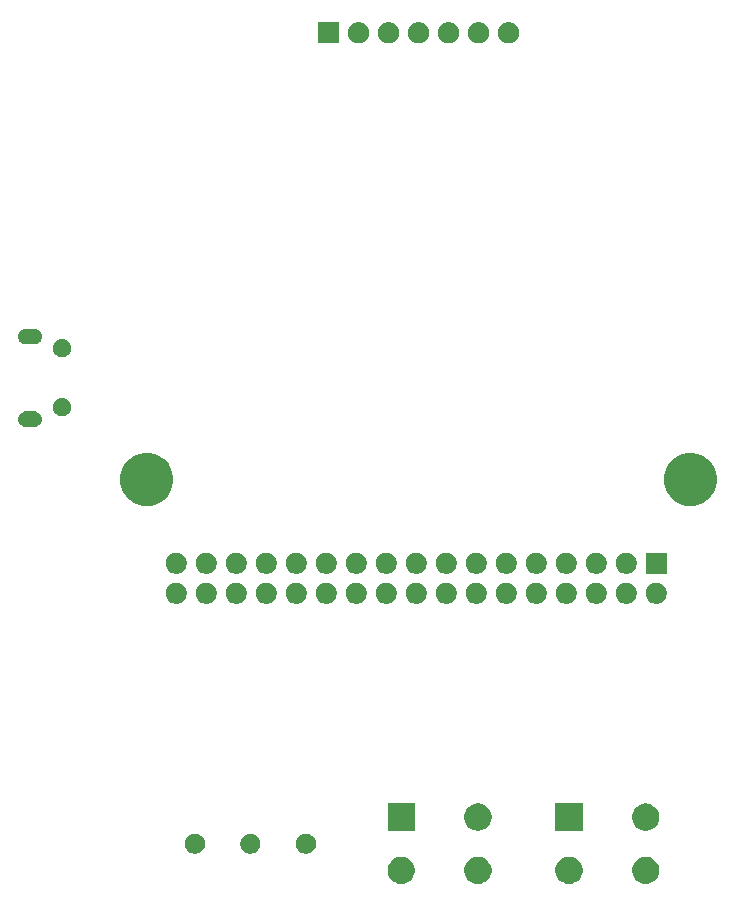
<source format=gbr>
G04 #@! TF.GenerationSoftware,KiCad,Pcbnew,5.1.5-52549c5~84~ubuntu19.10.1*
G04 #@! TF.CreationDate,2020-02-17T22:34:59+13:00*
G04 #@! TF.ProjectId,Snepper-1,536e6570-7065-4722-9d31-2e6b69636164,rev?*
G04 #@! TF.SameCoordinates,Original*
G04 #@! TF.FileFunction,Soldermask,Bot*
G04 #@! TF.FilePolarity,Negative*
%FSLAX46Y46*%
G04 Gerber Fmt 4.6, Leading zero omitted, Abs format (unit mm)*
G04 Created by KiCad (PCBNEW 5.1.5-52549c5~84~ubuntu19.10.1) date 2020-02-17 22:34:59*
%MOMM*%
%LPD*%
G04 APERTURE LIST*
%ADD10C,0.100000*%
G04 APERTURE END LIST*
D10*
G36*
X155252049Y-133971116D02*
G01*
X155363234Y-133993232D01*
X155572703Y-134079997D01*
X155761220Y-134205960D01*
X155921540Y-134366280D01*
X156047503Y-134554797D01*
X156134268Y-134764266D01*
X156178500Y-134986636D01*
X156178500Y-135213364D01*
X156134268Y-135435734D01*
X156047503Y-135645203D01*
X155921540Y-135833720D01*
X155761220Y-135994040D01*
X155572703Y-136120003D01*
X155363234Y-136206768D01*
X155252049Y-136228884D01*
X155140865Y-136251000D01*
X154914135Y-136251000D01*
X154802951Y-136228884D01*
X154691766Y-136206768D01*
X154482297Y-136120003D01*
X154293780Y-135994040D01*
X154133460Y-135833720D01*
X154007497Y-135645203D01*
X153920732Y-135435734D01*
X153876500Y-135213364D01*
X153876500Y-134986636D01*
X153920732Y-134764266D01*
X154007497Y-134554797D01*
X154133460Y-134366280D01*
X154293780Y-134205960D01*
X154482297Y-134079997D01*
X154691766Y-133993232D01*
X154802951Y-133971116D01*
X154914135Y-133949000D01*
X155140865Y-133949000D01*
X155252049Y-133971116D01*
G37*
G36*
X148752049Y-133971116D02*
G01*
X148863234Y-133993232D01*
X149072703Y-134079997D01*
X149261220Y-134205960D01*
X149421540Y-134366280D01*
X149547503Y-134554797D01*
X149634268Y-134764266D01*
X149678500Y-134986636D01*
X149678500Y-135213364D01*
X149634268Y-135435734D01*
X149547503Y-135645203D01*
X149421540Y-135833720D01*
X149261220Y-135994040D01*
X149072703Y-136120003D01*
X148863234Y-136206768D01*
X148752049Y-136228884D01*
X148640865Y-136251000D01*
X148414135Y-136251000D01*
X148302951Y-136228884D01*
X148191766Y-136206768D01*
X147982297Y-136120003D01*
X147793780Y-135994040D01*
X147633460Y-135833720D01*
X147507497Y-135645203D01*
X147420732Y-135435734D01*
X147376500Y-135213364D01*
X147376500Y-134986636D01*
X147420732Y-134764266D01*
X147507497Y-134554797D01*
X147633460Y-134366280D01*
X147793780Y-134205960D01*
X147982297Y-134079997D01*
X148191766Y-133993232D01*
X148302951Y-133971116D01*
X148414135Y-133949000D01*
X148640865Y-133949000D01*
X148752049Y-133971116D01*
G37*
G36*
X169465799Y-133971116D02*
G01*
X169576984Y-133993232D01*
X169786453Y-134079997D01*
X169974970Y-134205960D01*
X170135290Y-134366280D01*
X170261253Y-134554797D01*
X170348018Y-134764266D01*
X170392250Y-134986636D01*
X170392250Y-135213364D01*
X170348018Y-135435734D01*
X170261253Y-135645203D01*
X170135290Y-135833720D01*
X169974970Y-135994040D01*
X169786453Y-136120003D01*
X169576984Y-136206768D01*
X169465799Y-136228884D01*
X169354615Y-136251000D01*
X169127885Y-136251000D01*
X169016701Y-136228884D01*
X168905516Y-136206768D01*
X168696047Y-136120003D01*
X168507530Y-135994040D01*
X168347210Y-135833720D01*
X168221247Y-135645203D01*
X168134482Y-135435734D01*
X168090250Y-135213364D01*
X168090250Y-134986636D01*
X168134482Y-134764266D01*
X168221247Y-134554797D01*
X168347210Y-134366280D01*
X168507530Y-134205960D01*
X168696047Y-134079997D01*
X168905516Y-133993232D01*
X169016701Y-133971116D01*
X169127885Y-133949000D01*
X169354615Y-133949000D01*
X169465799Y-133971116D01*
G37*
G36*
X162965799Y-133971116D02*
G01*
X163076984Y-133993232D01*
X163286453Y-134079997D01*
X163474970Y-134205960D01*
X163635290Y-134366280D01*
X163761253Y-134554797D01*
X163848018Y-134764266D01*
X163892250Y-134986636D01*
X163892250Y-135213364D01*
X163848018Y-135435734D01*
X163761253Y-135645203D01*
X163635290Y-135833720D01*
X163474970Y-135994040D01*
X163286453Y-136120003D01*
X163076984Y-136206768D01*
X162965799Y-136228884D01*
X162854615Y-136251000D01*
X162627885Y-136251000D01*
X162516701Y-136228884D01*
X162405516Y-136206768D01*
X162196047Y-136120003D01*
X162007530Y-135994040D01*
X161847210Y-135833720D01*
X161721247Y-135645203D01*
X161634482Y-135435734D01*
X161590250Y-135213364D01*
X161590250Y-134986636D01*
X161634482Y-134764266D01*
X161721247Y-134554797D01*
X161847210Y-134366280D01*
X162007530Y-134205960D01*
X162196047Y-134079997D01*
X162405516Y-133993232D01*
X162516701Y-133971116D01*
X162627885Y-133949000D01*
X162854615Y-133949000D01*
X162965799Y-133971116D01*
G37*
G36*
X140711978Y-132031703D02*
G01*
X140866850Y-132095853D01*
X141006231Y-132188985D01*
X141124765Y-132307519D01*
X141217897Y-132446900D01*
X141282047Y-132601772D01*
X141314750Y-132766184D01*
X141314750Y-132933816D01*
X141282047Y-133098228D01*
X141217897Y-133253100D01*
X141124765Y-133392481D01*
X141006231Y-133511015D01*
X140866850Y-133604147D01*
X140711978Y-133668297D01*
X140547566Y-133701000D01*
X140379934Y-133701000D01*
X140215522Y-133668297D01*
X140060650Y-133604147D01*
X139921269Y-133511015D01*
X139802735Y-133392481D01*
X139709603Y-133253100D01*
X139645453Y-133098228D01*
X139612750Y-132933816D01*
X139612750Y-132766184D01*
X139645453Y-132601772D01*
X139709603Y-132446900D01*
X139802735Y-132307519D01*
X139921269Y-132188985D01*
X140060650Y-132095853D01*
X140215522Y-132031703D01*
X140379934Y-131999000D01*
X140547566Y-131999000D01*
X140711978Y-132031703D01*
G37*
G36*
X136011978Y-132031703D02*
G01*
X136166850Y-132095853D01*
X136306231Y-132188985D01*
X136424765Y-132307519D01*
X136517897Y-132446900D01*
X136582047Y-132601772D01*
X136614750Y-132766184D01*
X136614750Y-132933816D01*
X136582047Y-133098228D01*
X136517897Y-133253100D01*
X136424765Y-133392481D01*
X136306231Y-133511015D01*
X136166850Y-133604147D01*
X136011978Y-133668297D01*
X135847566Y-133701000D01*
X135679934Y-133701000D01*
X135515522Y-133668297D01*
X135360650Y-133604147D01*
X135221269Y-133511015D01*
X135102735Y-133392481D01*
X135009603Y-133253100D01*
X134945453Y-133098228D01*
X134912750Y-132933816D01*
X134912750Y-132766184D01*
X134945453Y-132601772D01*
X135009603Y-132446900D01*
X135102735Y-132307519D01*
X135221269Y-132188985D01*
X135360650Y-132095853D01*
X135515522Y-132031703D01*
X135679934Y-131999000D01*
X135847566Y-131999000D01*
X136011978Y-132031703D01*
G37*
G36*
X131311978Y-132031703D02*
G01*
X131466850Y-132095853D01*
X131606231Y-132188985D01*
X131724765Y-132307519D01*
X131817897Y-132446900D01*
X131882047Y-132601772D01*
X131914750Y-132766184D01*
X131914750Y-132933816D01*
X131882047Y-133098228D01*
X131817897Y-133253100D01*
X131724765Y-133392481D01*
X131606231Y-133511015D01*
X131466850Y-133604147D01*
X131311978Y-133668297D01*
X131147566Y-133701000D01*
X130979934Y-133701000D01*
X130815522Y-133668297D01*
X130660650Y-133604147D01*
X130521269Y-133511015D01*
X130402735Y-133392481D01*
X130309603Y-133253100D01*
X130245453Y-133098228D01*
X130212750Y-132933816D01*
X130212750Y-132766184D01*
X130245453Y-132601772D01*
X130309603Y-132446900D01*
X130402735Y-132307519D01*
X130521269Y-132188985D01*
X130660650Y-132095853D01*
X130815522Y-132031703D01*
X130979934Y-131999000D01*
X131147566Y-131999000D01*
X131311978Y-132031703D01*
G37*
G36*
X149678500Y-131751000D02*
G01*
X147376500Y-131751000D01*
X147376500Y-129449000D01*
X149678500Y-129449000D01*
X149678500Y-131751000D01*
G37*
G36*
X155252049Y-129471116D02*
G01*
X155363234Y-129493232D01*
X155572703Y-129579997D01*
X155761220Y-129705960D01*
X155921540Y-129866280D01*
X156047503Y-130054797D01*
X156134268Y-130264266D01*
X156178500Y-130486636D01*
X156178500Y-130713364D01*
X156134268Y-130935734D01*
X156047503Y-131145203D01*
X155921540Y-131333720D01*
X155761220Y-131494040D01*
X155572703Y-131620003D01*
X155363234Y-131706768D01*
X155252049Y-131728884D01*
X155140865Y-131751000D01*
X154914135Y-131751000D01*
X154802951Y-131728884D01*
X154691766Y-131706768D01*
X154482297Y-131620003D01*
X154293780Y-131494040D01*
X154133460Y-131333720D01*
X154007497Y-131145203D01*
X153920732Y-130935734D01*
X153876500Y-130713364D01*
X153876500Y-130486636D01*
X153920732Y-130264266D01*
X154007497Y-130054797D01*
X154133460Y-129866280D01*
X154293780Y-129705960D01*
X154482297Y-129579997D01*
X154691766Y-129493232D01*
X154802951Y-129471116D01*
X154914135Y-129449000D01*
X155140865Y-129449000D01*
X155252049Y-129471116D01*
G37*
G36*
X169465799Y-129471116D02*
G01*
X169576984Y-129493232D01*
X169786453Y-129579997D01*
X169974970Y-129705960D01*
X170135290Y-129866280D01*
X170261253Y-130054797D01*
X170348018Y-130264266D01*
X170392250Y-130486636D01*
X170392250Y-130713364D01*
X170348018Y-130935734D01*
X170261253Y-131145203D01*
X170135290Y-131333720D01*
X169974970Y-131494040D01*
X169786453Y-131620003D01*
X169576984Y-131706768D01*
X169465799Y-131728884D01*
X169354615Y-131751000D01*
X169127885Y-131751000D01*
X169016701Y-131728884D01*
X168905516Y-131706768D01*
X168696047Y-131620003D01*
X168507530Y-131494040D01*
X168347210Y-131333720D01*
X168221247Y-131145203D01*
X168134482Y-130935734D01*
X168090250Y-130713364D01*
X168090250Y-130486636D01*
X168134482Y-130264266D01*
X168221247Y-130054797D01*
X168347210Y-129866280D01*
X168507530Y-129705960D01*
X168696047Y-129579997D01*
X168905516Y-129493232D01*
X169016701Y-129471116D01*
X169127885Y-129449000D01*
X169354615Y-129449000D01*
X169465799Y-129471116D01*
G37*
G36*
X163892250Y-131751000D02*
G01*
X161590250Y-131751000D01*
X161590250Y-129449000D01*
X163892250Y-129449000D01*
X163892250Y-131751000D01*
G37*
G36*
X160073512Y-110743927D02*
G01*
X160222812Y-110773624D01*
X160386784Y-110841544D01*
X160534354Y-110940147D01*
X160659853Y-111065646D01*
X160758456Y-111213216D01*
X160826376Y-111377188D01*
X160861000Y-111551259D01*
X160861000Y-111728741D01*
X160826376Y-111902812D01*
X160758456Y-112066784D01*
X160659853Y-112214354D01*
X160534354Y-112339853D01*
X160386784Y-112438456D01*
X160222812Y-112506376D01*
X160073512Y-112536073D01*
X160048742Y-112541000D01*
X159871258Y-112541000D01*
X159846488Y-112536073D01*
X159697188Y-112506376D01*
X159533216Y-112438456D01*
X159385646Y-112339853D01*
X159260147Y-112214354D01*
X159161544Y-112066784D01*
X159093624Y-111902812D01*
X159059000Y-111728741D01*
X159059000Y-111551259D01*
X159093624Y-111377188D01*
X159161544Y-111213216D01*
X159260147Y-111065646D01*
X159385646Y-110940147D01*
X159533216Y-110841544D01*
X159697188Y-110773624D01*
X159846488Y-110743927D01*
X159871258Y-110739000D01*
X160048742Y-110739000D01*
X160073512Y-110743927D01*
G37*
G36*
X129593512Y-110743927D02*
G01*
X129742812Y-110773624D01*
X129906784Y-110841544D01*
X130054354Y-110940147D01*
X130179853Y-111065646D01*
X130278456Y-111213216D01*
X130346376Y-111377188D01*
X130381000Y-111551259D01*
X130381000Y-111728741D01*
X130346376Y-111902812D01*
X130278456Y-112066784D01*
X130179853Y-112214354D01*
X130054354Y-112339853D01*
X129906784Y-112438456D01*
X129742812Y-112506376D01*
X129593512Y-112536073D01*
X129568742Y-112541000D01*
X129391258Y-112541000D01*
X129366488Y-112536073D01*
X129217188Y-112506376D01*
X129053216Y-112438456D01*
X128905646Y-112339853D01*
X128780147Y-112214354D01*
X128681544Y-112066784D01*
X128613624Y-111902812D01*
X128579000Y-111728741D01*
X128579000Y-111551259D01*
X128613624Y-111377188D01*
X128681544Y-111213216D01*
X128780147Y-111065646D01*
X128905646Y-110940147D01*
X129053216Y-110841544D01*
X129217188Y-110773624D01*
X129366488Y-110743927D01*
X129391258Y-110739000D01*
X129568742Y-110739000D01*
X129593512Y-110743927D01*
G37*
G36*
X132133512Y-110743927D02*
G01*
X132282812Y-110773624D01*
X132446784Y-110841544D01*
X132594354Y-110940147D01*
X132719853Y-111065646D01*
X132818456Y-111213216D01*
X132886376Y-111377188D01*
X132921000Y-111551259D01*
X132921000Y-111728741D01*
X132886376Y-111902812D01*
X132818456Y-112066784D01*
X132719853Y-112214354D01*
X132594354Y-112339853D01*
X132446784Y-112438456D01*
X132282812Y-112506376D01*
X132133512Y-112536073D01*
X132108742Y-112541000D01*
X131931258Y-112541000D01*
X131906488Y-112536073D01*
X131757188Y-112506376D01*
X131593216Y-112438456D01*
X131445646Y-112339853D01*
X131320147Y-112214354D01*
X131221544Y-112066784D01*
X131153624Y-111902812D01*
X131119000Y-111728741D01*
X131119000Y-111551259D01*
X131153624Y-111377188D01*
X131221544Y-111213216D01*
X131320147Y-111065646D01*
X131445646Y-110940147D01*
X131593216Y-110841544D01*
X131757188Y-110773624D01*
X131906488Y-110743927D01*
X131931258Y-110739000D01*
X132108742Y-110739000D01*
X132133512Y-110743927D01*
G37*
G36*
X134673512Y-110743927D02*
G01*
X134822812Y-110773624D01*
X134986784Y-110841544D01*
X135134354Y-110940147D01*
X135259853Y-111065646D01*
X135358456Y-111213216D01*
X135426376Y-111377188D01*
X135461000Y-111551259D01*
X135461000Y-111728741D01*
X135426376Y-111902812D01*
X135358456Y-112066784D01*
X135259853Y-112214354D01*
X135134354Y-112339853D01*
X134986784Y-112438456D01*
X134822812Y-112506376D01*
X134673512Y-112536073D01*
X134648742Y-112541000D01*
X134471258Y-112541000D01*
X134446488Y-112536073D01*
X134297188Y-112506376D01*
X134133216Y-112438456D01*
X133985646Y-112339853D01*
X133860147Y-112214354D01*
X133761544Y-112066784D01*
X133693624Y-111902812D01*
X133659000Y-111728741D01*
X133659000Y-111551259D01*
X133693624Y-111377188D01*
X133761544Y-111213216D01*
X133860147Y-111065646D01*
X133985646Y-110940147D01*
X134133216Y-110841544D01*
X134297188Y-110773624D01*
X134446488Y-110743927D01*
X134471258Y-110739000D01*
X134648742Y-110739000D01*
X134673512Y-110743927D01*
G37*
G36*
X137213512Y-110743927D02*
G01*
X137362812Y-110773624D01*
X137526784Y-110841544D01*
X137674354Y-110940147D01*
X137799853Y-111065646D01*
X137898456Y-111213216D01*
X137966376Y-111377188D01*
X138001000Y-111551259D01*
X138001000Y-111728741D01*
X137966376Y-111902812D01*
X137898456Y-112066784D01*
X137799853Y-112214354D01*
X137674354Y-112339853D01*
X137526784Y-112438456D01*
X137362812Y-112506376D01*
X137213512Y-112536073D01*
X137188742Y-112541000D01*
X137011258Y-112541000D01*
X136986488Y-112536073D01*
X136837188Y-112506376D01*
X136673216Y-112438456D01*
X136525646Y-112339853D01*
X136400147Y-112214354D01*
X136301544Y-112066784D01*
X136233624Y-111902812D01*
X136199000Y-111728741D01*
X136199000Y-111551259D01*
X136233624Y-111377188D01*
X136301544Y-111213216D01*
X136400147Y-111065646D01*
X136525646Y-110940147D01*
X136673216Y-110841544D01*
X136837188Y-110773624D01*
X136986488Y-110743927D01*
X137011258Y-110739000D01*
X137188742Y-110739000D01*
X137213512Y-110743927D01*
G37*
G36*
X142293512Y-110743927D02*
G01*
X142442812Y-110773624D01*
X142606784Y-110841544D01*
X142754354Y-110940147D01*
X142879853Y-111065646D01*
X142978456Y-111213216D01*
X143046376Y-111377188D01*
X143081000Y-111551259D01*
X143081000Y-111728741D01*
X143046376Y-111902812D01*
X142978456Y-112066784D01*
X142879853Y-112214354D01*
X142754354Y-112339853D01*
X142606784Y-112438456D01*
X142442812Y-112506376D01*
X142293512Y-112536073D01*
X142268742Y-112541000D01*
X142091258Y-112541000D01*
X142066488Y-112536073D01*
X141917188Y-112506376D01*
X141753216Y-112438456D01*
X141605646Y-112339853D01*
X141480147Y-112214354D01*
X141381544Y-112066784D01*
X141313624Y-111902812D01*
X141279000Y-111728741D01*
X141279000Y-111551259D01*
X141313624Y-111377188D01*
X141381544Y-111213216D01*
X141480147Y-111065646D01*
X141605646Y-110940147D01*
X141753216Y-110841544D01*
X141917188Y-110773624D01*
X142066488Y-110743927D01*
X142091258Y-110739000D01*
X142268742Y-110739000D01*
X142293512Y-110743927D01*
G37*
G36*
X139753512Y-110743927D02*
G01*
X139902812Y-110773624D01*
X140066784Y-110841544D01*
X140214354Y-110940147D01*
X140339853Y-111065646D01*
X140438456Y-111213216D01*
X140506376Y-111377188D01*
X140541000Y-111551259D01*
X140541000Y-111728741D01*
X140506376Y-111902812D01*
X140438456Y-112066784D01*
X140339853Y-112214354D01*
X140214354Y-112339853D01*
X140066784Y-112438456D01*
X139902812Y-112506376D01*
X139753512Y-112536073D01*
X139728742Y-112541000D01*
X139551258Y-112541000D01*
X139526488Y-112536073D01*
X139377188Y-112506376D01*
X139213216Y-112438456D01*
X139065646Y-112339853D01*
X138940147Y-112214354D01*
X138841544Y-112066784D01*
X138773624Y-111902812D01*
X138739000Y-111728741D01*
X138739000Y-111551259D01*
X138773624Y-111377188D01*
X138841544Y-111213216D01*
X138940147Y-111065646D01*
X139065646Y-110940147D01*
X139213216Y-110841544D01*
X139377188Y-110773624D01*
X139526488Y-110743927D01*
X139551258Y-110739000D01*
X139728742Y-110739000D01*
X139753512Y-110743927D01*
G37*
G36*
X162613512Y-110743927D02*
G01*
X162762812Y-110773624D01*
X162926784Y-110841544D01*
X163074354Y-110940147D01*
X163199853Y-111065646D01*
X163298456Y-111213216D01*
X163366376Y-111377188D01*
X163401000Y-111551259D01*
X163401000Y-111728741D01*
X163366376Y-111902812D01*
X163298456Y-112066784D01*
X163199853Y-112214354D01*
X163074354Y-112339853D01*
X162926784Y-112438456D01*
X162762812Y-112506376D01*
X162613512Y-112536073D01*
X162588742Y-112541000D01*
X162411258Y-112541000D01*
X162386488Y-112536073D01*
X162237188Y-112506376D01*
X162073216Y-112438456D01*
X161925646Y-112339853D01*
X161800147Y-112214354D01*
X161701544Y-112066784D01*
X161633624Y-111902812D01*
X161599000Y-111728741D01*
X161599000Y-111551259D01*
X161633624Y-111377188D01*
X161701544Y-111213216D01*
X161800147Y-111065646D01*
X161925646Y-110940147D01*
X162073216Y-110841544D01*
X162237188Y-110773624D01*
X162386488Y-110743927D01*
X162411258Y-110739000D01*
X162588742Y-110739000D01*
X162613512Y-110743927D01*
G37*
G36*
X165153512Y-110743927D02*
G01*
X165302812Y-110773624D01*
X165466784Y-110841544D01*
X165614354Y-110940147D01*
X165739853Y-111065646D01*
X165838456Y-111213216D01*
X165906376Y-111377188D01*
X165941000Y-111551259D01*
X165941000Y-111728741D01*
X165906376Y-111902812D01*
X165838456Y-112066784D01*
X165739853Y-112214354D01*
X165614354Y-112339853D01*
X165466784Y-112438456D01*
X165302812Y-112506376D01*
X165153512Y-112536073D01*
X165128742Y-112541000D01*
X164951258Y-112541000D01*
X164926488Y-112536073D01*
X164777188Y-112506376D01*
X164613216Y-112438456D01*
X164465646Y-112339853D01*
X164340147Y-112214354D01*
X164241544Y-112066784D01*
X164173624Y-111902812D01*
X164139000Y-111728741D01*
X164139000Y-111551259D01*
X164173624Y-111377188D01*
X164241544Y-111213216D01*
X164340147Y-111065646D01*
X164465646Y-110940147D01*
X164613216Y-110841544D01*
X164777188Y-110773624D01*
X164926488Y-110743927D01*
X164951258Y-110739000D01*
X165128742Y-110739000D01*
X165153512Y-110743927D01*
G37*
G36*
X157533512Y-110743927D02*
G01*
X157682812Y-110773624D01*
X157846784Y-110841544D01*
X157994354Y-110940147D01*
X158119853Y-111065646D01*
X158218456Y-111213216D01*
X158286376Y-111377188D01*
X158321000Y-111551259D01*
X158321000Y-111728741D01*
X158286376Y-111902812D01*
X158218456Y-112066784D01*
X158119853Y-112214354D01*
X157994354Y-112339853D01*
X157846784Y-112438456D01*
X157682812Y-112506376D01*
X157533512Y-112536073D01*
X157508742Y-112541000D01*
X157331258Y-112541000D01*
X157306488Y-112536073D01*
X157157188Y-112506376D01*
X156993216Y-112438456D01*
X156845646Y-112339853D01*
X156720147Y-112214354D01*
X156621544Y-112066784D01*
X156553624Y-111902812D01*
X156519000Y-111728741D01*
X156519000Y-111551259D01*
X156553624Y-111377188D01*
X156621544Y-111213216D01*
X156720147Y-111065646D01*
X156845646Y-110940147D01*
X156993216Y-110841544D01*
X157157188Y-110773624D01*
X157306488Y-110743927D01*
X157331258Y-110739000D01*
X157508742Y-110739000D01*
X157533512Y-110743927D01*
G37*
G36*
X152453512Y-110743927D02*
G01*
X152602812Y-110773624D01*
X152766784Y-110841544D01*
X152914354Y-110940147D01*
X153039853Y-111065646D01*
X153138456Y-111213216D01*
X153206376Y-111377188D01*
X153241000Y-111551259D01*
X153241000Y-111728741D01*
X153206376Y-111902812D01*
X153138456Y-112066784D01*
X153039853Y-112214354D01*
X152914354Y-112339853D01*
X152766784Y-112438456D01*
X152602812Y-112506376D01*
X152453512Y-112536073D01*
X152428742Y-112541000D01*
X152251258Y-112541000D01*
X152226488Y-112536073D01*
X152077188Y-112506376D01*
X151913216Y-112438456D01*
X151765646Y-112339853D01*
X151640147Y-112214354D01*
X151541544Y-112066784D01*
X151473624Y-111902812D01*
X151439000Y-111728741D01*
X151439000Y-111551259D01*
X151473624Y-111377188D01*
X151541544Y-111213216D01*
X151640147Y-111065646D01*
X151765646Y-110940147D01*
X151913216Y-110841544D01*
X152077188Y-110773624D01*
X152226488Y-110743927D01*
X152251258Y-110739000D01*
X152428742Y-110739000D01*
X152453512Y-110743927D01*
G37*
G36*
X170233512Y-110743927D02*
G01*
X170382812Y-110773624D01*
X170546784Y-110841544D01*
X170694354Y-110940147D01*
X170819853Y-111065646D01*
X170918456Y-111213216D01*
X170986376Y-111377188D01*
X171021000Y-111551259D01*
X171021000Y-111728741D01*
X170986376Y-111902812D01*
X170918456Y-112066784D01*
X170819853Y-112214354D01*
X170694354Y-112339853D01*
X170546784Y-112438456D01*
X170382812Y-112506376D01*
X170233512Y-112536073D01*
X170208742Y-112541000D01*
X170031258Y-112541000D01*
X170006488Y-112536073D01*
X169857188Y-112506376D01*
X169693216Y-112438456D01*
X169545646Y-112339853D01*
X169420147Y-112214354D01*
X169321544Y-112066784D01*
X169253624Y-111902812D01*
X169219000Y-111728741D01*
X169219000Y-111551259D01*
X169253624Y-111377188D01*
X169321544Y-111213216D01*
X169420147Y-111065646D01*
X169545646Y-110940147D01*
X169693216Y-110841544D01*
X169857188Y-110773624D01*
X170006488Y-110743927D01*
X170031258Y-110739000D01*
X170208742Y-110739000D01*
X170233512Y-110743927D01*
G37*
G36*
X149913512Y-110743927D02*
G01*
X150062812Y-110773624D01*
X150226784Y-110841544D01*
X150374354Y-110940147D01*
X150499853Y-111065646D01*
X150598456Y-111213216D01*
X150666376Y-111377188D01*
X150701000Y-111551259D01*
X150701000Y-111728741D01*
X150666376Y-111902812D01*
X150598456Y-112066784D01*
X150499853Y-112214354D01*
X150374354Y-112339853D01*
X150226784Y-112438456D01*
X150062812Y-112506376D01*
X149913512Y-112536073D01*
X149888742Y-112541000D01*
X149711258Y-112541000D01*
X149686488Y-112536073D01*
X149537188Y-112506376D01*
X149373216Y-112438456D01*
X149225646Y-112339853D01*
X149100147Y-112214354D01*
X149001544Y-112066784D01*
X148933624Y-111902812D01*
X148899000Y-111728741D01*
X148899000Y-111551259D01*
X148933624Y-111377188D01*
X149001544Y-111213216D01*
X149100147Y-111065646D01*
X149225646Y-110940147D01*
X149373216Y-110841544D01*
X149537188Y-110773624D01*
X149686488Y-110743927D01*
X149711258Y-110739000D01*
X149888742Y-110739000D01*
X149913512Y-110743927D01*
G37*
G36*
X147373512Y-110743927D02*
G01*
X147522812Y-110773624D01*
X147686784Y-110841544D01*
X147834354Y-110940147D01*
X147959853Y-111065646D01*
X148058456Y-111213216D01*
X148126376Y-111377188D01*
X148161000Y-111551259D01*
X148161000Y-111728741D01*
X148126376Y-111902812D01*
X148058456Y-112066784D01*
X147959853Y-112214354D01*
X147834354Y-112339853D01*
X147686784Y-112438456D01*
X147522812Y-112506376D01*
X147373512Y-112536073D01*
X147348742Y-112541000D01*
X147171258Y-112541000D01*
X147146488Y-112536073D01*
X146997188Y-112506376D01*
X146833216Y-112438456D01*
X146685646Y-112339853D01*
X146560147Y-112214354D01*
X146461544Y-112066784D01*
X146393624Y-111902812D01*
X146359000Y-111728741D01*
X146359000Y-111551259D01*
X146393624Y-111377188D01*
X146461544Y-111213216D01*
X146560147Y-111065646D01*
X146685646Y-110940147D01*
X146833216Y-110841544D01*
X146997188Y-110773624D01*
X147146488Y-110743927D01*
X147171258Y-110739000D01*
X147348742Y-110739000D01*
X147373512Y-110743927D01*
G37*
G36*
X144833512Y-110743927D02*
G01*
X144982812Y-110773624D01*
X145146784Y-110841544D01*
X145294354Y-110940147D01*
X145419853Y-111065646D01*
X145518456Y-111213216D01*
X145586376Y-111377188D01*
X145621000Y-111551259D01*
X145621000Y-111728741D01*
X145586376Y-111902812D01*
X145518456Y-112066784D01*
X145419853Y-112214354D01*
X145294354Y-112339853D01*
X145146784Y-112438456D01*
X144982812Y-112506376D01*
X144833512Y-112536073D01*
X144808742Y-112541000D01*
X144631258Y-112541000D01*
X144606488Y-112536073D01*
X144457188Y-112506376D01*
X144293216Y-112438456D01*
X144145646Y-112339853D01*
X144020147Y-112214354D01*
X143921544Y-112066784D01*
X143853624Y-111902812D01*
X143819000Y-111728741D01*
X143819000Y-111551259D01*
X143853624Y-111377188D01*
X143921544Y-111213216D01*
X144020147Y-111065646D01*
X144145646Y-110940147D01*
X144293216Y-110841544D01*
X144457188Y-110773624D01*
X144606488Y-110743927D01*
X144631258Y-110739000D01*
X144808742Y-110739000D01*
X144833512Y-110743927D01*
G37*
G36*
X167693512Y-110743927D02*
G01*
X167842812Y-110773624D01*
X168006784Y-110841544D01*
X168154354Y-110940147D01*
X168279853Y-111065646D01*
X168378456Y-111213216D01*
X168446376Y-111377188D01*
X168481000Y-111551259D01*
X168481000Y-111728741D01*
X168446376Y-111902812D01*
X168378456Y-112066784D01*
X168279853Y-112214354D01*
X168154354Y-112339853D01*
X168006784Y-112438456D01*
X167842812Y-112506376D01*
X167693512Y-112536073D01*
X167668742Y-112541000D01*
X167491258Y-112541000D01*
X167466488Y-112536073D01*
X167317188Y-112506376D01*
X167153216Y-112438456D01*
X167005646Y-112339853D01*
X166880147Y-112214354D01*
X166781544Y-112066784D01*
X166713624Y-111902812D01*
X166679000Y-111728741D01*
X166679000Y-111551259D01*
X166713624Y-111377188D01*
X166781544Y-111213216D01*
X166880147Y-111065646D01*
X167005646Y-110940147D01*
X167153216Y-110841544D01*
X167317188Y-110773624D01*
X167466488Y-110743927D01*
X167491258Y-110739000D01*
X167668742Y-110739000D01*
X167693512Y-110743927D01*
G37*
G36*
X154993512Y-110743927D02*
G01*
X155142812Y-110773624D01*
X155306784Y-110841544D01*
X155454354Y-110940147D01*
X155579853Y-111065646D01*
X155678456Y-111213216D01*
X155746376Y-111377188D01*
X155781000Y-111551259D01*
X155781000Y-111728741D01*
X155746376Y-111902812D01*
X155678456Y-112066784D01*
X155579853Y-112214354D01*
X155454354Y-112339853D01*
X155306784Y-112438456D01*
X155142812Y-112506376D01*
X154993512Y-112536073D01*
X154968742Y-112541000D01*
X154791258Y-112541000D01*
X154766488Y-112536073D01*
X154617188Y-112506376D01*
X154453216Y-112438456D01*
X154305646Y-112339853D01*
X154180147Y-112214354D01*
X154081544Y-112066784D01*
X154013624Y-111902812D01*
X153979000Y-111728741D01*
X153979000Y-111551259D01*
X154013624Y-111377188D01*
X154081544Y-111213216D01*
X154180147Y-111065646D01*
X154305646Y-110940147D01*
X154453216Y-110841544D01*
X154617188Y-110773624D01*
X154766488Y-110743927D01*
X154791258Y-110739000D01*
X154968742Y-110739000D01*
X154993512Y-110743927D01*
G37*
G36*
X129593512Y-108203927D02*
G01*
X129742812Y-108233624D01*
X129906784Y-108301544D01*
X130054354Y-108400147D01*
X130179853Y-108525646D01*
X130278456Y-108673216D01*
X130346376Y-108837188D01*
X130381000Y-109011259D01*
X130381000Y-109188741D01*
X130346376Y-109362812D01*
X130278456Y-109526784D01*
X130179853Y-109674354D01*
X130054354Y-109799853D01*
X129906784Y-109898456D01*
X129742812Y-109966376D01*
X129593512Y-109996073D01*
X129568742Y-110001000D01*
X129391258Y-110001000D01*
X129366488Y-109996073D01*
X129217188Y-109966376D01*
X129053216Y-109898456D01*
X128905646Y-109799853D01*
X128780147Y-109674354D01*
X128681544Y-109526784D01*
X128613624Y-109362812D01*
X128579000Y-109188741D01*
X128579000Y-109011259D01*
X128613624Y-108837188D01*
X128681544Y-108673216D01*
X128780147Y-108525646D01*
X128905646Y-108400147D01*
X129053216Y-108301544D01*
X129217188Y-108233624D01*
X129366488Y-108203927D01*
X129391258Y-108199000D01*
X129568742Y-108199000D01*
X129593512Y-108203927D01*
G37*
G36*
X139753512Y-108203927D02*
G01*
X139902812Y-108233624D01*
X140066784Y-108301544D01*
X140214354Y-108400147D01*
X140339853Y-108525646D01*
X140438456Y-108673216D01*
X140506376Y-108837188D01*
X140541000Y-109011259D01*
X140541000Y-109188741D01*
X140506376Y-109362812D01*
X140438456Y-109526784D01*
X140339853Y-109674354D01*
X140214354Y-109799853D01*
X140066784Y-109898456D01*
X139902812Y-109966376D01*
X139753512Y-109996073D01*
X139728742Y-110001000D01*
X139551258Y-110001000D01*
X139526488Y-109996073D01*
X139377188Y-109966376D01*
X139213216Y-109898456D01*
X139065646Y-109799853D01*
X138940147Y-109674354D01*
X138841544Y-109526784D01*
X138773624Y-109362812D01*
X138739000Y-109188741D01*
X138739000Y-109011259D01*
X138773624Y-108837188D01*
X138841544Y-108673216D01*
X138940147Y-108525646D01*
X139065646Y-108400147D01*
X139213216Y-108301544D01*
X139377188Y-108233624D01*
X139526488Y-108203927D01*
X139551258Y-108199000D01*
X139728742Y-108199000D01*
X139753512Y-108203927D01*
G37*
G36*
X165153512Y-108203927D02*
G01*
X165302812Y-108233624D01*
X165466784Y-108301544D01*
X165614354Y-108400147D01*
X165739853Y-108525646D01*
X165838456Y-108673216D01*
X165906376Y-108837188D01*
X165941000Y-109011259D01*
X165941000Y-109188741D01*
X165906376Y-109362812D01*
X165838456Y-109526784D01*
X165739853Y-109674354D01*
X165614354Y-109799853D01*
X165466784Y-109898456D01*
X165302812Y-109966376D01*
X165153512Y-109996073D01*
X165128742Y-110001000D01*
X164951258Y-110001000D01*
X164926488Y-109996073D01*
X164777188Y-109966376D01*
X164613216Y-109898456D01*
X164465646Y-109799853D01*
X164340147Y-109674354D01*
X164241544Y-109526784D01*
X164173624Y-109362812D01*
X164139000Y-109188741D01*
X164139000Y-109011259D01*
X164173624Y-108837188D01*
X164241544Y-108673216D01*
X164340147Y-108525646D01*
X164465646Y-108400147D01*
X164613216Y-108301544D01*
X164777188Y-108233624D01*
X164926488Y-108203927D01*
X164951258Y-108199000D01*
X165128742Y-108199000D01*
X165153512Y-108203927D01*
G37*
G36*
X137213512Y-108203927D02*
G01*
X137362812Y-108233624D01*
X137526784Y-108301544D01*
X137674354Y-108400147D01*
X137799853Y-108525646D01*
X137898456Y-108673216D01*
X137966376Y-108837188D01*
X138001000Y-109011259D01*
X138001000Y-109188741D01*
X137966376Y-109362812D01*
X137898456Y-109526784D01*
X137799853Y-109674354D01*
X137674354Y-109799853D01*
X137526784Y-109898456D01*
X137362812Y-109966376D01*
X137213512Y-109996073D01*
X137188742Y-110001000D01*
X137011258Y-110001000D01*
X136986488Y-109996073D01*
X136837188Y-109966376D01*
X136673216Y-109898456D01*
X136525646Y-109799853D01*
X136400147Y-109674354D01*
X136301544Y-109526784D01*
X136233624Y-109362812D01*
X136199000Y-109188741D01*
X136199000Y-109011259D01*
X136233624Y-108837188D01*
X136301544Y-108673216D01*
X136400147Y-108525646D01*
X136525646Y-108400147D01*
X136673216Y-108301544D01*
X136837188Y-108233624D01*
X136986488Y-108203927D01*
X137011258Y-108199000D01*
X137188742Y-108199000D01*
X137213512Y-108203927D01*
G37*
G36*
X167693512Y-108203927D02*
G01*
X167842812Y-108233624D01*
X168006784Y-108301544D01*
X168154354Y-108400147D01*
X168279853Y-108525646D01*
X168378456Y-108673216D01*
X168446376Y-108837188D01*
X168481000Y-109011259D01*
X168481000Y-109188741D01*
X168446376Y-109362812D01*
X168378456Y-109526784D01*
X168279853Y-109674354D01*
X168154354Y-109799853D01*
X168006784Y-109898456D01*
X167842812Y-109966376D01*
X167693512Y-109996073D01*
X167668742Y-110001000D01*
X167491258Y-110001000D01*
X167466488Y-109996073D01*
X167317188Y-109966376D01*
X167153216Y-109898456D01*
X167005646Y-109799853D01*
X166880147Y-109674354D01*
X166781544Y-109526784D01*
X166713624Y-109362812D01*
X166679000Y-109188741D01*
X166679000Y-109011259D01*
X166713624Y-108837188D01*
X166781544Y-108673216D01*
X166880147Y-108525646D01*
X167005646Y-108400147D01*
X167153216Y-108301544D01*
X167317188Y-108233624D01*
X167466488Y-108203927D01*
X167491258Y-108199000D01*
X167668742Y-108199000D01*
X167693512Y-108203927D01*
G37*
G36*
X134673512Y-108203927D02*
G01*
X134822812Y-108233624D01*
X134986784Y-108301544D01*
X135134354Y-108400147D01*
X135259853Y-108525646D01*
X135358456Y-108673216D01*
X135426376Y-108837188D01*
X135461000Y-109011259D01*
X135461000Y-109188741D01*
X135426376Y-109362812D01*
X135358456Y-109526784D01*
X135259853Y-109674354D01*
X135134354Y-109799853D01*
X134986784Y-109898456D01*
X134822812Y-109966376D01*
X134673512Y-109996073D01*
X134648742Y-110001000D01*
X134471258Y-110001000D01*
X134446488Y-109996073D01*
X134297188Y-109966376D01*
X134133216Y-109898456D01*
X133985646Y-109799853D01*
X133860147Y-109674354D01*
X133761544Y-109526784D01*
X133693624Y-109362812D01*
X133659000Y-109188741D01*
X133659000Y-109011259D01*
X133693624Y-108837188D01*
X133761544Y-108673216D01*
X133860147Y-108525646D01*
X133985646Y-108400147D01*
X134133216Y-108301544D01*
X134297188Y-108233624D01*
X134446488Y-108203927D01*
X134471258Y-108199000D01*
X134648742Y-108199000D01*
X134673512Y-108203927D01*
G37*
G36*
X171021000Y-110001000D02*
G01*
X169219000Y-110001000D01*
X169219000Y-108199000D01*
X171021000Y-108199000D01*
X171021000Y-110001000D01*
G37*
G36*
X132133512Y-108203927D02*
G01*
X132282812Y-108233624D01*
X132446784Y-108301544D01*
X132594354Y-108400147D01*
X132719853Y-108525646D01*
X132818456Y-108673216D01*
X132886376Y-108837188D01*
X132921000Y-109011259D01*
X132921000Y-109188741D01*
X132886376Y-109362812D01*
X132818456Y-109526784D01*
X132719853Y-109674354D01*
X132594354Y-109799853D01*
X132446784Y-109898456D01*
X132282812Y-109966376D01*
X132133512Y-109996073D01*
X132108742Y-110001000D01*
X131931258Y-110001000D01*
X131906488Y-109996073D01*
X131757188Y-109966376D01*
X131593216Y-109898456D01*
X131445646Y-109799853D01*
X131320147Y-109674354D01*
X131221544Y-109526784D01*
X131153624Y-109362812D01*
X131119000Y-109188741D01*
X131119000Y-109011259D01*
X131153624Y-108837188D01*
X131221544Y-108673216D01*
X131320147Y-108525646D01*
X131445646Y-108400147D01*
X131593216Y-108301544D01*
X131757188Y-108233624D01*
X131906488Y-108203927D01*
X131931258Y-108199000D01*
X132108742Y-108199000D01*
X132133512Y-108203927D01*
G37*
G36*
X160073512Y-108203927D02*
G01*
X160222812Y-108233624D01*
X160386784Y-108301544D01*
X160534354Y-108400147D01*
X160659853Y-108525646D01*
X160758456Y-108673216D01*
X160826376Y-108837188D01*
X160861000Y-109011259D01*
X160861000Y-109188741D01*
X160826376Y-109362812D01*
X160758456Y-109526784D01*
X160659853Y-109674354D01*
X160534354Y-109799853D01*
X160386784Y-109898456D01*
X160222812Y-109966376D01*
X160073512Y-109996073D01*
X160048742Y-110001000D01*
X159871258Y-110001000D01*
X159846488Y-109996073D01*
X159697188Y-109966376D01*
X159533216Y-109898456D01*
X159385646Y-109799853D01*
X159260147Y-109674354D01*
X159161544Y-109526784D01*
X159093624Y-109362812D01*
X159059000Y-109188741D01*
X159059000Y-109011259D01*
X159093624Y-108837188D01*
X159161544Y-108673216D01*
X159260147Y-108525646D01*
X159385646Y-108400147D01*
X159533216Y-108301544D01*
X159697188Y-108233624D01*
X159846488Y-108203927D01*
X159871258Y-108199000D01*
X160048742Y-108199000D01*
X160073512Y-108203927D01*
G37*
G36*
X142293512Y-108203927D02*
G01*
X142442812Y-108233624D01*
X142606784Y-108301544D01*
X142754354Y-108400147D01*
X142879853Y-108525646D01*
X142978456Y-108673216D01*
X143046376Y-108837188D01*
X143081000Y-109011259D01*
X143081000Y-109188741D01*
X143046376Y-109362812D01*
X142978456Y-109526784D01*
X142879853Y-109674354D01*
X142754354Y-109799853D01*
X142606784Y-109898456D01*
X142442812Y-109966376D01*
X142293512Y-109996073D01*
X142268742Y-110001000D01*
X142091258Y-110001000D01*
X142066488Y-109996073D01*
X141917188Y-109966376D01*
X141753216Y-109898456D01*
X141605646Y-109799853D01*
X141480147Y-109674354D01*
X141381544Y-109526784D01*
X141313624Y-109362812D01*
X141279000Y-109188741D01*
X141279000Y-109011259D01*
X141313624Y-108837188D01*
X141381544Y-108673216D01*
X141480147Y-108525646D01*
X141605646Y-108400147D01*
X141753216Y-108301544D01*
X141917188Y-108233624D01*
X142066488Y-108203927D01*
X142091258Y-108199000D01*
X142268742Y-108199000D01*
X142293512Y-108203927D01*
G37*
G36*
X144833512Y-108203927D02*
G01*
X144982812Y-108233624D01*
X145146784Y-108301544D01*
X145294354Y-108400147D01*
X145419853Y-108525646D01*
X145518456Y-108673216D01*
X145586376Y-108837188D01*
X145621000Y-109011259D01*
X145621000Y-109188741D01*
X145586376Y-109362812D01*
X145518456Y-109526784D01*
X145419853Y-109674354D01*
X145294354Y-109799853D01*
X145146784Y-109898456D01*
X144982812Y-109966376D01*
X144833512Y-109996073D01*
X144808742Y-110001000D01*
X144631258Y-110001000D01*
X144606488Y-109996073D01*
X144457188Y-109966376D01*
X144293216Y-109898456D01*
X144145646Y-109799853D01*
X144020147Y-109674354D01*
X143921544Y-109526784D01*
X143853624Y-109362812D01*
X143819000Y-109188741D01*
X143819000Y-109011259D01*
X143853624Y-108837188D01*
X143921544Y-108673216D01*
X144020147Y-108525646D01*
X144145646Y-108400147D01*
X144293216Y-108301544D01*
X144457188Y-108233624D01*
X144606488Y-108203927D01*
X144631258Y-108199000D01*
X144808742Y-108199000D01*
X144833512Y-108203927D01*
G37*
G36*
X152453512Y-108203927D02*
G01*
X152602812Y-108233624D01*
X152766784Y-108301544D01*
X152914354Y-108400147D01*
X153039853Y-108525646D01*
X153138456Y-108673216D01*
X153206376Y-108837188D01*
X153241000Y-109011259D01*
X153241000Y-109188741D01*
X153206376Y-109362812D01*
X153138456Y-109526784D01*
X153039853Y-109674354D01*
X152914354Y-109799853D01*
X152766784Y-109898456D01*
X152602812Y-109966376D01*
X152453512Y-109996073D01*
X152428742Y-110001000D01*
X152251258Y-110001000D01*
X152226488Y-109996073D01*
X152077188Y-109966376D01*
X151913216Y-109898456D01*
X151765646Y-109799853D01*
X151640147Y-109674354D01*
X151541544Y-109526784D01*
X151473624Y-109362812D01*
X151439000Y-109188741D01*
X151439000Y-109011259D01*
X151473624Y-108837188D01*
X151541544Y-108673216D01*
X151640147Y-108525646D01*
X151765646Y-108400147D01*
X151913216Y-108301544D01*
X152077188Y-108233624D01*
X152226488Y-108203927D01*
X152251258Y-108199000D01*
X152428742Y-108199000D01*
X152453512Y-108203927D01*
G37*
G36*
X149913512Y-108203927D02*
G01*
X150062812Y-108233624D01*
X150226784Y-108301544D01*
X150374354Y-108400147D01*
X150499853Y-108525646D01*
X150598456Y-108673216D01*
X150666376Y-108837188D01*
X150701000Y-109011259D01*
X150701000Y-109188741D01*
X150666376Y-109362812D01*
X150598456Y-109526784D01*
X150499853Y-109674354D01*
X150374354Y-109799853D01*
X150226784Y-109898456D01*
X150062812Y-109966376D01*
X149913512Y-109996073D01*
X149888742Y-110001000D01*
X149711258Y-110001000D01*
X149686488Y-109996073D01*
X149537188Y-109966376D01*
X149373216Y-109898456D01*
X149225646Y-109799853D01*
X149100147Y-109674354D01*
X149001544Y-109526784D01*
X148933624Y-109362812D01*
X148899000Y-109188741D01*
X148899000Y-109011259D01*
X148933624Y-108837188D01*
X149001544Y-108673216D01*
X149100147Y-108525646D01*
X149225646Y-108400147D01*
X149373216Y-108301544D01*
X149537188Y-108233624D01*
X149686488Y-108203927D01*
X149711258Y-108199000D01*
X149888742Y-108199000D01*
X149913512Y-108203927D01*
G37*
G36*
X154993512Y-108203927D02*
G01*
X155142812Y-108233624D01*
X155306784Y-108301544D01*
X155454354Y-108400147D01*
X155579853Y-108525646D01*
X155678456Y-108673216D01*
X155746376Y-108837188D01*
X155781000Y-109011259D01*
X155781000Y-109188741D01*
X155746376Y-109362812D01*
X155678456Y-109526784D01*
X155579853Y-109674354D01*
X155454354Y-109799853D01*
X155306784Y-109898456D01*
X155142812Y-109966376D01*
X154993512Y-109996073D01*
X154968742Y-110001000D01*
X154791258Y-110001000D01*
X154766488Y-109996073D01*
X154617188Y-109966376D01*
X154453216Y-109898456D01*
X154305646Y-109799853D01*
X154180147Y-109674354D01*
X154081544Y-109526784D01*
X154013624Y-109362812D01*
X153979000Y-109188741D01*
X153979000Y-109011259D01*
X154013624Y-108837188D01*
X154081544Y-108673216D01*
X154180147Y-108525646D01*
X154305646Y-108400147D01*
X154453216Y-108301544D01*
X154617188Y-108233624D01*
X154766488Y-108203927D01*
X154791258Y-108199000D01*
X154968742Y-108199000D01*
X154993512Y-108203927D01*
G37*
G36*
X147373512Y-108203927D02*
G01*
X147522812Y-108233624D01*
X147686784Y-108301544D01*
X147834354Y-108400147D01*
X147959853Y-108525646D01*
X148058456Y-108673216D01*
X148126376Y-108837188D01*
X148161000Y-109011259D01*
X148161000Y-109188741D01*
X148126376Y-109362812D01*
X148058456Y-109526784D01*
X147959853Y-109674354D01*
X147834354Y-109799853D01*
X147686784Y-109898456D01*
X147522812Y-109966376D01*
X147373512Y-109996073D01*
X147348742Y-110001000D01*
X147171258Y-110001000D01*
X147146488Y-109996073D01*
X146997188Y-109966376D01*
X146833216Y-109898456D01*
X146685646Y-109799853D01*
X146560147Y-109674354D01*
X146461544Y-109526784D01*
X146393624Y-109362812D01*
X146359000Y-109188741D01*
X146359000Y-109011259D01*
X146393624Y-108837188D01*
X146461544Y-108673216D01*
X146560147Y-108525646D01*
X146685646Y-108400147D01*
X146833216Y-108301544D01*
X146997188Y-108233624D01*
X147146488Y-108203927D01*
X147171258Y-108199000D01*
X147348742Y-108199000D01*
X147373512Y-108203927D01*
G37*
G36*
X157533512Y-108203927D02*
G01*
X157682812Y-108233624D01*
X157846784Y-108301544D01*
X157994354Y-108400147D01*
X158119853Y-108525646D01*
X158218456Y-108673216D01*
X158286376Y-108837188D01*
X158321000Y-109011259D01*
X158321000Y-109188741D01*
X158286376Y-109362812D01*
X158218456Y-109526784D01*
X158119853Y-109674354D01*
X157994354Y-109799853D01*
X157846784Y-109898456D01*
X157682812Y-109966376D01*
X157533512Y-109996073D01*
X157508742Y-110001000D01*
X157331258Y-110001000D01*
X157306488Y-109996073D01*
X157157188Y-109966376D01*
X156993216Y-109898456D01*
X156845646Y-109799853D01*
X156720147Y-109674354D01*
X156621544Y-109526784D01*
X156553624Y-109362812D01*
X156519000Y-109188741D01*
X156519000Y-109011259D01*
X156553624Y-108837188D01*
X156621544Y-108673216D01*
X156720147Y-108525646D01*
X156845646Y-108400147D01*
X156993216Y-108301544D01*
X157157188Y-108233624D01*
X157306488Y-108203927D01*
X157331258Y-108199000D01*
X157508742Y-108199000D01*
X157533512Y-108203927D01*
G37*
G36*
X162613512Y-108203927D02*
G01*
X162762812Y-108233624D01*
X162926784Y-108301544D01*
X163074354Y-108400147D01*
X163199853Y-108525646D01*
X163298456Y-108673216D01*
X163366376Y-108837188D01*
X163401000Y-109011259D01*
X163401000Y-109188741D01*
X163366376Y-109362812D01*
X163298456Y-109526784D01*
X163199853Y-109674354D01*
X163074354Y-109799853D01*
X162926784Y-109898456D01*
X162762812Y-109966376D01*
X162613512Y-109996073D01*
X162588742Y-110001000D01*
X162411258Y-110001000D01*
X162386488Y-109996073D01*
X162237188Y-109966376D01*
X162073216Y-109898456D01*
X161925646Y-109799853D01*
X161800147Y-109674354D01*
X161701544Y-109526784D01*
X161633624Y-109362812D01*
X161599000Y-109188741D01*
X161599000Y-109011259D01*
X161633624Y-108837188D01*
X161701544Y-108673216D01*
X161800147Y-108525646D01*
X161925646Y-108400147D01*
X162073216Y-108301544D01*
X162237188Y-108233624D01*
X162386488Y-108203927D01*
X162411258Y-108199000D01*
X162588742Y-108199000D01*
X162613512Y-108203927D01*
G37*
G36*
X127275880Y-99759776D02*
G01*
X127656593Y-99835504D01*
X128066249Y-100005189D01*
X128434929Y-100251534D01*
X128748466Y-100565071D01*
X128994811Y-100933751D01*
X129164496Y-101343407D01*
X129251000Y-101778296D01*
X129251000Y-102221704D01*
X129164496Y-102656593D01*
X128994811Y-103066249D01*
X128748466Y-103434929D01*
X128434929Y-103748466D01*
X128066249Y-103994811D01*
X127656593Y-104164496D01*
X127275880Y-104240224D01*
X127221705Y-104251000D01*
X126778295Y-104251000D01*
X126724120Y-104240224D01*
X126343407Y-104164496D01*
X125933751Y-103994811D01*
X125565071Y-103748466D01*
X125251534Y-103434929D01*
X125005189Y-103066249D01*
X124835504Y-102656593D01*
X124749000Y-102221704D01*
X124749000Y-101778296D01*
X124835504Y-101343407D01*
X125005189Y-100933751D01*
X125251534Y-100565071D01*
X125565071Y-100251534D01*
X125933751Y-100005189D01*
X126343407Y-99835504D01*
X126724120Y-99759776D01*
X126778295Y-99749000D01*
X127221705Y-99749000D01*
X127275880Y-99759776D01*
G37*
G36*
X173275880Y-99759776D02*
G01*
X173656593Y-99835504D01*
X174066249Y-100005189D01*
X174434929Y-100251534D01*
X174748466Y-100565071D01*
X174994811Y-100933751D01*
X175164496Y-101343407D01*
X175251000Y-101778296D01*
X175251000Y-102221704D01*
X175164496Y-102656593D01*
X174994811Y-103066249D01*
X174748466Y-103434929D01*
X174434929Y-103748466D01*
X174066249Y-103994811D01*
X173656593Y-104164496D01*
X173275880Y-104240224D01*
X173221705Y-104251000D01*
X172778295Y-104251000D01*
X172724120Y-104240224D01*
X172343407Y-104164496D01*
X171933751Y-103994811D01*
X171565071Y-103748466D01*
X171251534Y-103434929D01*
X171005189Y-103066249D01*
X170835504Y-102656593D01*
X170749000Y-102221704D01*
X170749000Y-101778296D01*
X170835504Y-101343407D01*
X171005189Y-100933751D01*
X171251534Y-100565071D01*
X171565071Y-100251534D01*
X171933751Y-100005189D01*
X172343407Y-99835504D01*
X172724120Y-99759776D01*
X172778295Y-99749000D01*
X173221705Y-99749000D01*
X173275880Y-99759776D01*
G37*
G36*
X117513855Y-96252140D02*
G01*
X117577618Y-96258420D01*
X117668404Y-96285960D01*
X117700336Y-96295646D01*
X117813425Y-96356094D01*
X117912554Y-96437446D01*
X117993906Y-96536575D01*
X118054354Y-96649664D01*
X118054355Y-96649668D01*
X118091580Y-96772382D01*
X118104149Y-96900000D01*
X118091580Y-97027618D01*
X118064040Y-97118404D01*
X118054354Y-97150336D01*
X117993906Y-97263425D01*
X117912554Y-97362554D01*
X117813425Y-97443906D01*
X117700336Y-97504354D01*
X117668404Y-97514040D01*
X117577618Y-97541580D01*
X117513855Y-97547860D01*
X117481974Y-97551000D01*
X116718026Y-97551000D01*
X116686145Y-97547860D01*
X116622382Y-97541580D01*
X116531596Y-97514040D01*
X116499664Y-97504354D01*
X116386575Y-97443906D01*
X116287446Y-97362554D01*
X116206094Y-97263425D01*
X116145646Y-97150336D01*
X116135960Y-97118404D01*
X116108420Y-97027618D01*
X116095851Y-96900000D01*
X116108420Y-96772382D01*
X116145645Y-96649668D01*
X116145646Y-96649664D01*
X116206094Y-96536575D01*
X116287446Y-96437446D01*
X116386575Y-96356094D01*
X116499664Y-96295646D01*
X116531596Y-96285960D01*
X116622382Y-96258420D01*
X116686145Y-96252140D01*
X116718026Y-96249000D01*
X117481974Y-96249000D01*
X117513855Y-96252140D01*
G37*
G36*
X120026348Y-95153820D02*
G01*
X120026350Y-95153821D01*
X120026351Y-95153821D01*
X120167574Y-95212317D01*
X120167577Y-95212319D01*
X120294669Y-95297239D01*
X120402761Y-95405331D01*
X120487681Y-95532423D01*
X120487683Y-95532426D01*
X120546179Y-95673649D01*
X120576000Y-95823571D01*
X120576000Y-95976429D01*
X120546179Y-96126351D01*
X120487683Y-96267574D01*
X120487681Y-96267577D01*
X120402761Y-96394669D01*
X120294669Y-96502761D01*
X120167577Y-96587681D01*
X120167574Y-96587683D01*
X120026351Y-96646179D01*
X120026350Y-96646179D01*
X120026348Y-96646180D01*
X119876431Y-96676000D01*
X119723569Y-96676000D01*
X119573652Y-96646180D01*
X119573650Y-96646179D01*
X119573649Y-96646179D01*
X119432426Y-96587683D01*
X119432423Y-96587681D01*
X119305331Y-96502761D01*
X119197239Y-96394669D01*
X119112319Y-96267577D01*
X119112317Y-96267574D01*
X119053821Y-96126351D01*
X119024000Y-95976429D01*
X119024000Y-95823571D01*
X119053821Y-95673649D01*
X119112317Y-95532426D01*
X119112319Y-95532423D01*
X119197239Y-95405331D01*
X119305331Y-95297239D01*
X119432423Y-95212319D01*
X119432426Y-95212317D01*
X119573649Y-95153821D01*
X119573650Y-95153821D01*
X119573652Y-95153820D01*
X119723569Y-95124000D01*
X119876431Y-95124000D01*
X120026348Y-95153820D01*
G37*
G36*
X120026348Y-90153820D02*
G01*
X120026350Y-90153821D01*
X120026351Y-90153821D01*
X120167574Y-90212317D01*
X120167577Y-90212319D01*
X120294669Y-90297239D01*
X120402761Y-90405331D01*
X120487681Y-90532423D01*
X120487683Y-90532426D01*
X120546179Y-90673649D01*
X120576000Y-90823571D01*
X120576000Y-90976429D01*
X120546179Y-91126351D01*
X120487683Y-91267574D01*
X120487681Y-91267577D01*
X120402761Y-91394669D01*
X120294669Y-91502761D01*
X120167577Y-91587681D01*
X120167574Y-91587683D01*
X120026351Y-91646179D01*
X120026350Y-91646179D01*
X120026348Y-91646180D01*
X119876431Y-91676000D01*
X119723569Y-91676000D01*
X119573652Y-91646180D01*
X119573650Y-91646179D01*
X119573649Y-91646179D01*
X119432426Y-91587683D01*
X119432423Y-91587681D01*
X119305331Y-91502761D01*
X119197239Y-91394669D01*
X119112319Y-91267577D01*
X119112317Y-91267574D01*
X119053821Y-91126351D01*
X119024000Y-90976429D01*
X119024000Y-90823571D01*
X119053821Y-90673649D01*
X119112317Y-90532426D01*
X119112319Y-90532423D01*
X119197239Y-90405331D01*
X119305331Y-90297239D01*
X119432423Y-90212319D01*
X119432426Y-90212317D01*
X119573649Y-90153821D01*
X119573650Y-90153821D01*
X119573652Y-90153820D01*
X119723569Y-90124000D01*
X119876431Y-90124000D01*
X120026348Y-90153820D01*
G37*
G36*
X117513855Y-89252140D02*
G01*
X117577618Y-89258420D01*
X117668404Y-89285960D01*
X117700336Y-89295646D01*
X117813425Y-89356094D01*
X117912554Y-89437446D01*
X117993906Y-89536575D01*
X118054354Y-89649664D01*
X118054355Y-89649668D01*
X118091580Y-89772382D01*
X118104149Y-89900000D01*
X118091580Y-90027618D01*
X118064040Y-90118404D01*
X118054354Y-90150336D01*
X117993906Y-90263425D01*
X117912554Y-90362554D01*
X117813425Y-90443906D01*
X117700336Y-90504354D01*
X117668404Y-90514040D01*
X117577618Y-90541580D01*
X117513855Y-90547860D01*
X117481974Y-90551000D01*
X116718026Y-90551000D01*
X116686145Y-90547860D01*
X116622382Y-90541580D01*
X116531596Y-90514040D01*
X116499664Y-90504354D01*
X116386575Y-90443906D01*
X116287446Y-90362554D01*
X116206094Y-90263425D01*
X116145646Y-90150336D01*
X116135960Y-90118404D01*
X116108420Y-90027618D01*
X116095851Y-89900000D01*
X116108420Y-89772382D01*
X116145645Y-89649668D01*
X116145646Y-89649664D01*
X116206094Y-89536575D01*
X116287446Y-89437446D01*
X116386575Y-89356094D01*
X116499664Y-89295646D01*
X116531596Y-89285960D01*
X116622382Y-89258420D01*
X116686145Y-89252140D01*
X116718026Y-89249000D01*
X117481974Y-89249000D01*
X117513855Y-89252140D01*
G37*
G36*
X155193512Y-63303927D02*
G01*
X155342812Y-63333624D01*
X155506784Y-63401544D01*
X155654354Y-63500147D01*
X155779853Y-63625646D01*
X155878456Y-63773216D01*
X155946376Y-63937188D01*
X155981000Y-64111259D01*
X155981000Y-64288741D01*
X155946376Y-64462812D01*
X155878456Y-64626784D01*
X155779853Y-64774354D01*
X155654354Y-64899853D01*
X155506784Y-64998456D01*
X155342812Y-65066376D01*
X155193512Y-65096073D01*
X155168742Y-65101000D01*
X154991258Y-65101000D01*
X154966488Y-65096073D01*
X154817188Y-65066376D01*
X154653216Y-64998456D01*
X154505646Y-64899853D01*
X154380147Y-64774354D01*
X154281544Y-64626784D01*
X154213624Y-64462812D01*
X154179000Y-64288741D01*
X154179000Y-64111259D01*
X154213624Y-63937188D01*
X154281544Y-63773216D01*
X154380147Y-63625646D01*
X154505646Y-63500147D01*
X154653216Y-63401544D01*
X154817188Y-63333624D01*
X154966488Y-63303927D01*
X154991258Y-63299000D01*
X155168742Y-63299000D01*
X155193512Y-63303927D01*
G37*
G36*
X152653512Y-63303927D02*
G01*
X152802812Y-63333624D01*
X152966784Y-63401544D01*
X153114354Y-63500147D01*
X153239853Y-63625646D01*
X153338456Y-63773216D01*
X153406376Y-63937188D01*
X153441000Y-64111259D01*
X153441000Y-64288741D01*
X153406376Y-64462812D01*
X153338456Y-64626784D01*
X153239853Y-64774354D01*
X153114354Y-64899853D01*
X152966784Y-64998456D01*
X152802812Y-65066376D01*
X152653512Y-65096073D01*
X152628742Y-65101000D01*
X152451258Y-65101000D01*
X152426488Y-65096073D01*
X152277188Y-65066376D01*
X152113216Y-64998456D01*
X151965646Y-64899853D01*
X151840147Y-64774354D01*
X151741544Y-64626784D01*
X151673624Y-64462812D01*
X151639000Y-64288741D01*
X151639000Y-64111259D01*
X151673624Y-63937188D01*
X151741544Y-63773216D01*
X151840147Y-63625646D01*
X151965646Y-63500147D01*
X152113216Y-63401544D01*
X152277188Y-63333624D01*
X152426488Y-63303927D01*
X152451258Y-63299000D01*
X152628742Y-63299000D01*
X152653512Y-63303927D01*
G37*
G36*
X150113512Y-63303927D02*
G01*
X150262812Y-63333624D01*
X150426784Y-63401544D01*
X150574354Y-63500147D01*
X150699853Y-63625646D01*
X150798456Y-63773216D01*
X150866376Y-63937188D01*
X150901000Y-64111259D01*
X150901000Y-64288741D01*
X150866376Y-64462812D01*
X150798456Y-64626784D01*
X150699853Y-64774354D01*
X150574354Y-64899853D01*
X150426784Y-64998456D01*
X150262812Y-65066376D01*
X150113512Y-65096073D01*
X150088742Y-65101000D01*
X149911258Y-65101000D01*
X149886488Y-65096073D01*
X149737188Y-65066376D01*
X149573216Y-64998456D01*
X149425646Y-64899853D01*
X149300147Y-64774354D01*
X149201544Y-64626784D01*
X149133624Y-64462812D01*
X149099000Y-64288741D01*
X149099000Y-64111259D01*
X149133624Y-63937188D01*
X149201544Y-63773216D01*
X149300147Y-63625646D01*
X149425646Y-63500147D01*
X149573216Y-63401544D01*
X149737188Y-63333624D01*
X149886488Y-63303927D01*
X149911258Y-63299000D01*
X150088742Y-63299000D01*
X150113512Y-63303927D01*
G37*
G36*
X157733512Y-63303927D02*
G01*
X157882812Y-63333624D01*
X158046784Y-63401544D01*
X158194354Y-63500147D01*
X158319853Y-63625646D01*
X158418456Y-63773216D01*
X158486376Y-63937188D01*
X158521000Y-64111259D01*
X158521000Y-64288741D01*
X158486376Y-64462812D01*
X158418456Y-64626784D01*
X158319853Y-64774354D01*
X158194354Y-64899853D01*
X158046784Y-64998456D01*
X157882812Y-65066376D01*
X157733512Y-65096073D01*
X157708742Y-65101000D01*
X157531258Y-65101000D01*
X157506488Y-65096073D01*
X157357188Y-65066376D01*
X157193216Y-64998456D01*
X157045646Y-64899853D01*
X156920147Y-64774354D01*
X156821544Y-64626784D01*
X156753624Y-64462812D01*
X156719000Y-64288741D01*
X156719000Y-64111259D01*
X156753624Y-63937188D01*
X156821544Y-63773216D01*
X156920147Y-63625646D01*
X157045646Y-63500147D01*
X157193216Y-63401544D01*
X157357188Y-63333624D01*
X157506488Y-63303927D01*
X157531258Y-63299000D01*
X157708742Y-63299000D01*
X157733512Y-63303927D01*
G37*
G36*
X147573512Y-63303927D02*
G01*
X147722812Y-63333624D01*
X147886784Y-63401544D01*
X148034354Y-63500147D01*
X148159853Y-63625646D01*
X148258456Y-63773216D01*
X148326376Y-63937188D01*
X148361000Y-64111259D01*
X148361000Y-64288741D01*
X148326376Y-64462812D01*
X148258456Y-64626784D01*
X148159853Y-64774354D01*
X148034354Y-64899853D01*
X147886784Y-64998456D01*
X147722812Y-65066376D01*
X147573512Y-65096073D01*
X147548742Y-65101000D01*
X147371258Y-65101000D01*
X147346488Y-65096073D01*
X147197188Y-65066376D01*
X147033216Y-64998456D01*
X146885646Y-64899853D01*
X146760147Y-64774354D01*
X146661544Y-64626784D01*
X146593624Y-64462812D01*
X146559000Y-64288741D01*
X146559000Y-64111259D01*
X146593624Y-63937188D01*
X146661544Y-63773216D01*
X146760147Y-63625646D01*
X146885646Y-63500147D01*
X147033216Y-63401544D01*
X147197188Y-63333624D01*
X147346488Y-63303927D01*
X147371258Y-63299000D01*
X147548742Y-63299000D01*
X147573512Y-63303927D01*
G37*
G36*
X145033512Y-63303927D02*
G01*
X145182812Y-63333624D01*
X145346784Y-63401544D01*
X145494354Y-63500147D01*
X145619853Y-63625646D01*
X145718456Y-63773216D01*
X145786376Y-63937188D01*
X145821000Y-64111259D01*
X145821000Y-64288741D01*
X145786376Y-64462812D01*
X145718456Y-64626784D01*
X145619853Y-64774354D01*
X145494354Y-64899853D01*
X145346784Y-64998456D01*
X145182812Y-65066376D01*
X145033512Y-65096073D01*
X145008742Y-65101000D01*
X144831258Y-65101000D01*
X144806488Y-65096073D01*
X144657188Y-65066376D01*
X144493216Y-64998456D01*
X144345646Y-64899853D01*
X144220147Y-64774354D01*
X144121544Y-64626784D01*
X144053624Y-64462812D01*
X144019000Y-64288741D01*
X144019000Y-64111259D01*
X144053624Y-63937188D01*
X144121544Y-63773216D01*
X144220147Y-63625646D01*
X144345646Y-63500147D01*
X144493216Y-63401544D01*
X144657188Y-63333624D01*
X144806488Y-63303927D01*
X144831258Y-63299000D01*
X145008742Y-63299000D01*
X145033512Y-63303927D01*
G37*
G36*
X143281000Y-65101000D02*
G01*
X141479000Y-65101000D01*
X141479000Y-63299000D01*
X143281000Y-63299000D01*
X143281000Y-65101000D01*
G37*
M02*

</source>
